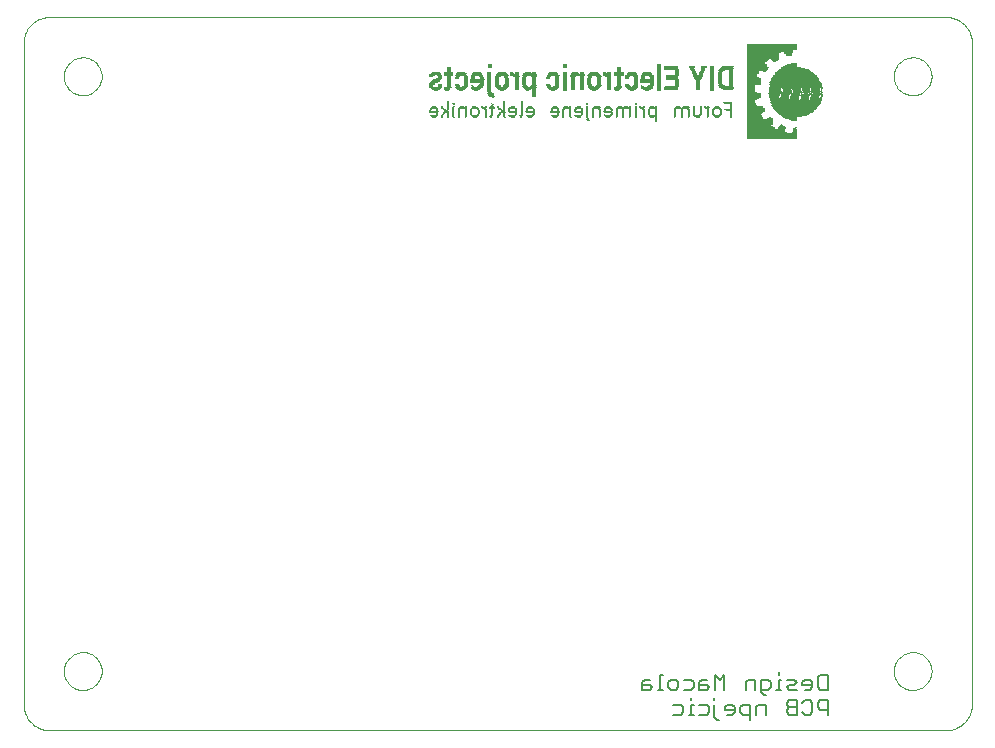
<source format=gbo>
G75*
G70*
%OFA0B0*%
%FSLAX24Y24*%
%IPPOS*%
%LPD*%
%AMOC8*
5,1,8,0,0,1.08239X$1,22.5*
%
%ADD10C,0.0000*%
%ADD11C,0.0070*%
%ADD12R,0.1660X0.0020*%
%ADD13R,0.0160X0.0020*%
%ADD14R,0.1420X0.0020*%
%ADD15R,0.1320X0.0020*%
%ADD16R,0.0140X0.0020*%
%ADD17R,0.1280X0.0020*%
%ADD18R,0.0120X0.0020*%
%ADD19R,0.0100X0.0020*%
%ADD20R,0.0280X0.0020*%
%ADD21R,0.0980X0.0020*%
%ADD22R,0.0260X0.0020*%
%ADD23R,0.0960X0.0020*%
%ADD24R,0.0080X0.0020*%
%ADD25R,0.0240X0.0020*%
%ADD26R,0.0920X0.0020*%
%ADD27R,0.0220X0.0020*%
%ADD28R,0.0880X0.0020*%
%ADD29R,0.0200X0.0020*%
%ADD30R,0.0860X0.0020*%
%ADD31R,0.0820X0.0020*%
%ADD32R,0.0020X0.0020*%
%ADD33R,0.0840X0.0020*%
%ADD34R,0.0040X0.0020*%
%ADD35R,0.0060X0.0020*%
%ADD36R,0.0580X0.0020*%
%ADD37R,0.0340X0.0020*%
%ADD38R,0.0180X0.0020*%
%ADD39R,0.0560X0.0020*%
%ADD40R,0.0380X0.0020*%
%ADD41R,0.0420X0.0020*%
%ADD42R,0.0540X0.0020*%
%ADD43R,0.0460X0.0020*%
%ADD44R,0.0520X0.0020*%
%ADD45R,0.0640X0.0020*%
%ADD46R,0.0500X0.0020*%
%ADD47R,0.0780X0.0020*%
%ADD48R,0.0480X0.0020*%
%ADD49R,0.0940X0.0020*%
%ADD50R,0.1020X0.0020*%
%ADD51R,0.1060X0.0020*%
%ADD52R,0.1120X0.0020*%
%ADD53R,0.1180X0.0020*%
%ADD54R,0.0300X0.0020*%
%ADD55R,0.1220X0.0020*%
%ADD56R,0.0320X0.0020*%
%ADD57R,0.1260X0.0020*%
%ADD58R,0.1300X0.0020*%
%ADD59R,0.1340X0.0020*%
%ADD60R,0.0600X0.0020*%
%ADD61R,0.1380X0.0020*%
%ADD62R,0.1440X0.0020*%
%ADD63R,0.1460X0.0020*%
%ADD64R,0.1500X0.0020*%
%ADD65R,0.1540X0.0020*%
%ADD66R,0.1560X0.0020*%
%ADD67R,0.1580X0.0020*%
%ADD68R,0.1600X0.0020*%
%ADD69R,0.1620X0.0020*%
%ADD70R,0.1640X0.0020*%
%ADD71R,0.1680X0.0020*%
%ADD72R,0.1720X0.0020*%
%ADD73R,0.0360X0.0020*%
%ADD74R,0.0400X0.0020*%
%ADD75R,0.0440X0.0020*%
%ADD76R,0.1760X0.0020*%
%ADD77R,0.1740X0.0020*%
%ADD78R,0.1700X0.0020*%
%ADD79R,0.1520X0.0020*%
%ADD80R,0.1480X0.0020*%
%ADD81R,0.1400X0.0020*%
%ADD82R,0.1360X0.0020*%
%ADD83R,0.1240X0.0020*%
%ADD84R,0.1200X0.0020*%
%ADD85R,0.1140X0.0020*%
%ADD86R,0.1080X0.0020*%
%ADD87R,0.0660X0.0020*%
%ADD88R,0.0680X0.0020*%
%ADD89R,0.0900X0.0020*%
%ADD90R,0.0700X0.0020*%
%ADD91R,0.0800X0.0020*%
%ADD92R,0.0720X0.0020*%
%ADD93R,0.0620X0.0020*%
%ADD94R,0.0740X0.0020*%
%ADD95R,0.0760X0.0020*%
%ADD96R,0.1040X0.0020*%
D10*
X003736Y007660D02*
X033762Y007660D01*
X033763Y007660D02*
X033820Y007666D01*
X033877Y007676D01*
X033933Y007690D01*
X033988Y007708D01*
X034042Y007729D01*
X034094Y007754D01*
X034144Y007783D01*
X034192Y007815D01*
X034238Y007850D01*
X034282Y007888D01*
X034322Y007928D01*
X034360Y007972D01*
X034395Y008018D01*
X034427Y008066D01*
X034456Y008116D01*
X034481Y008168D01*
X034502Y008222D01*
X034520Y008277D01*
X034534Y008333D01*
X034544Y008390D01*
X034550Y008447D01*
X034550Y030637D01*
X034550Y030638D02*
X034544Y030695D01*
X034534Y030752D01*
X034520Y030808D01*
X034502Y030863D01*
X034481Y030917D01*
X034456Y030969D01*
X034427Y031019D01*
X034395Y031067D01*
X034360Y031113D01*
X034322Y031157D01*
X034282Y031197D01*
X034238Y031235D01*
X034192Y031270D01*
X034144Y031302D01*
X034094Y031331D01*
X034042Y031356D01*
X033988Y031377D01*
X033933Y031395D01*
X033877Y031409D01*
X033820Y031419D01*
X033763Y031425D01*
X033762Y031425D02*
X003736Y031425D01*
X003679Y031419D01*
X003622Y031409D01*
X003566Y031395D01*
X003511Y031377D01*
X003457Y031356D01*
X003405Y031331D01*
X003355Y031302D01*
X003307Y031270D01*
X003261Y031235D01*
X003217Y031197D01*
X003177Y031157D01*
X003139Y031113D01*
X003104Y031067D01*
X003072Y031019D01*
X003043Y030969D01*
X003018Y030917D01*
X002997Y030863D01*
X002979Y030808D01*
X002965Y030752D01*
X002955Y030695D01*
X002949Y030638D01*
X002949Y030637D02*
X002949Y008447D01*
X002955Y008390D01*
X002965Y008333D01*
X002979Y008277D01*
X002997Y008222D01*
X003018Y008168D01*
X003043Y008116D01*
X003072Y008066D01*
X003104Y008018D01*
X003139Y007972D01*
X003177Y007928D01*
X003217Y007888D01*
X003261Y007850D01*
X003307Y007815D01*
X003355Y007783D01*
X003405Y007754D01*
X003457Y007729D01*
X003511Y007708D01*
X003566Y007690D01*
X003622Y007676D01*
X003679Y007666D01*
X003736Y007660D01*
X004287Y009629D02*
X004289Y009679D01*
X004295Y009729D01*
X004305Y009778D01*
X004319Y009826D01*
X004336Y009873D01*
X004357Y009918D01*
X004382Y009962D01*
X004410Y010003D01*
X004442Y010042D01*
X004476Y010079D01*
X004513Y010113D01*
X004553Y010143D01*
X004595Y010170D01*
X004639Y010194D01*
X004685Y010215D01*
X004732Y010231D01*
X004780Y010244D01*
X004830Y010253D01*
X004879Y010258D01*
X004930Y010259D01*
X004980Y010256D01*
X005029Y010249D01*
X005078Y010238D01*
X005126Y010223D01*
X005172Y010205D01*
X005217Y010183D01*
X005260Y010157D01*
X005301Y010128D01*
X005340Y010096D01*
X005376Y010061D01*
X005408Y010023D01*
X005438Y009983D01*
X005465Y009940D01*
X005488Y009896D01*
X005507Y009850D01*
X005523Y009802D01*
X005535Y009753D01*
X005543Y009704D01*
X005547Y009654D01*
X005547Y009604D01*
X005543Y009554D01*
X005535Y009505D01*
X005523Y009456D01*
X005507Y009408D01*
X005488Y009362D01*
X005465Y009318D01*
X005438Y009275D01*
X005408Y009235D01*
X005376Y009197D01*
X005340Y009162D01*
X005301Y009130D01*
X005260Y009101D01*
X005217Y009075D01*
X005172Y009053D01*
X005126Y009035D01*
X005078Y009020D01*
X005029Y009009D01*
X004980Y009002D01*
X004930Y008999D01*
X004879Y009000D01*
X004830Y009005D01*
X004780Y009014D01*
X004732Y009027D01*
X004685Y009043D01*
X004639Y009064D01*
X004595Y009088D01*
X004553Y009115D01*
X004513Y009145D01*
X004476Y009179D01*
X004442Y009216D01*
X004410Y009255D01*
X004382Y009296D01*
X004357Y009340D01*
X004336Y009385D01*
X004319Y009432D01*
X004305Y009480D01*
X004295Y009529D01*
X004289Y009579D01*
X004287Y009629D01*
X004287Y029456D02*
X004289Y029506D01*
X004295Y029556D01*
X004305Y029605D01*
X004319Y029653D01*
X004336Y029700D01*
X004357Y029745D01*
X004382Y029789D01*
X004410Y029830D01*
X004442Y029869D01*
X004476Y029906D01*
X004513Y029940D01*
X004553Y029970D01*
X004595Y029997D01*
X004639Y030021D01*
X004685Y030042D01*
X004732Y030058D01*
X004780Y030071D01*
X004830Y030080D01*
X004879Y030085D01*
X004930Y030086D01*
X004980Y030083D01*
X005029Y030076D01*
X005078Y030065D01*
X005126Y030050D01*
X005172Y030032D01*
X005217Y030010D01*
X005260Y029984D01*
X005301Y029955D01*
X005340Y029923D01*
X005376Y029888D01*
X005408Y029850D01*
X005438Y029810D01*
X005465Y029767D01*
X005488Y029723D01*
X005507Y029677D01*
X005523Y029629D01*
X005535Y029580D01*
X005543Y029531D01*
X005547Y029481D01*
X005547Y029431D01*
X005543Y029381D01*
X005535Y029332D01*
X005523Y029283D01*
X005507Y029235D01*
X005488Y029189D01*
X005465Y029145D01*
X005438Y029102D01*
X005408Y029062D01*
X005376Y029024D01*
X005340Y028989D01*
X005301Y028957D01*
X005260Y028928D01*
X005217Y028902D01*
X005172Y028880D01*
X005126Y028862D01*
X005078Y028847D01*
X005029Y028836D01*
X004980Y028829D01*
X004930Y028826D01*
X004879Y028827D01*
X004830Y028832D01*
X004780Y028841D01*
X004732Y028854D01*
X004685Y028870D01*
X004639Y028891D01*
X004595Y028915D01*
X004553Y028942D01*
X004513Y028972D01*
X004476Y029006D01*
X004442Y029043D01*
X004410Y029082D01*
X004382Y029123D01*
X004357Y029167D01*
X004336Y029212D01*
X004319Y029259D01*
X004305Y029307D01*
X004295Y029356D01*
X004289Y029406D01*
X004287Y029456D01*
X031951Y029456D02*
X031953Y029506D01*
X031959Y029556D01*
X031969Y029605D01*
X031983Y029653D01*
X032000Y029700D01*
X032021Y029745D01*
X032046Y029789D01*
X032074Y029830D01*
X032106Y029869D01*
X032140Y029906D01*
X032177Y029940D01*
X032217Y029970D01*
X032259Y029997D01*
X032303Y030021D01*
X032349Y030042D01*
X032396Y030058D01*
X032444Y030071D01*
X032494Y030080D01*
X032543Y030085D01*
X032594Y030086D01*
X032644Y030083D01*
X032693Y030076D01*
X032742Y030065D01*
X032790Y030050D01*
X032836Y030032D01*
X032881Y030010D01*
X032924Y029984D01*
X032965Y029955D01*
X033004Y029923D01*
X033040Y029888D01*
X033072Y029850D01*
X033102Y029810D01*
X033129Y029767D01*
X033152Y029723D01*
X033171Y029677D01*
X033187Y029629D01*
X033199Y029580D01*
X033207Y029531D01*
X033211Y029481D01*
X033211Y029431D01*
X033207Y029381D01*
X033199Y029332D01*
X033187Y029283D01*
X033171Y029235D01*
X033152Y029189D01*
X033129Y029145D01*
X033102Y029102D01*
X033072Y029062D01*
X033040Y029024D01*
X033004Y028989D01*
X032965Y028957D01*
X032924Y028928D01*
X032881Y028902D01*
X032836Y028880D01*
X032790Y028862D01*
X032742Y028847D01*
X032693Y028836D01*
X032644Y028829D01*
X032594Y028826D01*
X032543Y028827D01*
X032494Y028832D01*
X032444Y028841D01*
X032396Y028854D01*
X032349Y028870D01*
X032303Y028891D01*
X032259Y028915D01*
X032217Y028942D01*
X032177Y028972D01*
X032140Y029006D01*
X032106Y029043D01*
X032074Y029082D01*
X032046Y029123D01*
X032021Y029167D01*
X032000Y029212D01*
X031983Y029259D01*
X031969Y029307D01*
X031959Y029356D01*
X031953Y029406D01*
X031951Y029456D01*
X031951Y009629D02*
X031953Y009679D01*
X031959Y009729D01*
X031969Y009778D01*
X031983Y009826D01*
X032000Y009873D01*
X032021Y009918D01*
X032046Y009962D01*
X032074Y010003D01*
X032106Y010042D01*
X032140Y010079D01*
X032177Y010113D01*
X032217Y010143D01*
X032259Y010170D01*
X032303Y010194D01*
X032349Y010215D01*
X032396Y010231D01*
X032444Y010244D01*
X032494Y010253D01*
X032543Y010258D01*
X032594Y010259D01*
X032644Y010256D01*
X032693Y010249D01*
X032742Y010238D01*
X032790Y010223D01*
X032836Y010205D01*
X032881Y010183D01*
X032924Y010157D01*
X032965Y010128D01*
X033004Y010096D01*
X033040Y010061D01*
X033072Y010023D01*
X033102Y009983D01*
X033129Y009940D01*
X033152Y009896D01*
X033171Y009850D01*
X033187Y009802D01*
X033199Y009753D01*
X033207Y009704D01*
X033211Y009654D01*
X033211Y009604D01*
X033207Y009554D01*
X033199Y009505D01*
X033187Y009456D01*
X033171Y009408D01*
X033152Y009362D01*
X033129Y009318D01*
X033102Y009275D01*
X033072Y009235D01*
X033040Y009197D01*
X033004Y009162D01*
X032965Y009130D01*
X032924Y009101D01*
X032881Y009075D01*
X032836Y009053D01*
X032790Y009035D01*
X032742Y009020D01*
X032693Y009009D01*
X032644Y009002D01*
X032594Y008999D01*
X032543Y009000D01*
X032494Y009005D01*
X032444Y009014D01*
X032396Y009027D01*
X032349Y009043D01*
X032303Y009064D01*
X032259Y009088D01*
X032217Y009115D01*
X032177Y009145D01*
X032140Y009179D01*
X032106Y009216D01*
X032074Y009255D01*
X032046Y009296D01*
X032021Y009340D01*
X032000Y009385D01*
X031983Y009432D01*
X031969Y009480D01*
X031959Y009529D01*
X031953Y009579D01*
X031951Y009629D01*
D11*
X029745Y009502D02*
X029745Y009012D01*
X029500Y009012D01*
X029418Y009094D01*
X029418Y009421D01*
X029500Y009502D01*
X029745Y009502D01*
X029230Y009257D02*
X029148Y009339D01*
X028985Y009339D01*
X028903Y009257D01*
X028903Y009175D01*
X029230Y009175D01*
X029230Y009094D02*
X029230Y009257D01*
X029230Y009094D02*
X029148Y009012D01*
X028985Y009012D01*
X028714Y009012D02*
X028469Y009012D01*
X028387Y009094D01*
X028469Y009175D01*
X028632Y009175D01*
X028714Y009257D01*
X028632Y009339D01*
X028387Y009339D01*
X028198Y009339D02*
X028117Y009339D01*
X028117Y009012D01*
X028198Y009012D02*
X028035Y009012D01*
X027855Y009094D02*
X027773Y009012D01*
X027528Y009012D01*
X027528Y008930D02*
X027528Y009339D01*
X027773Y009339D01*
X027855Y009257D01*
X027855Y009094D01*
X027691Y008848D02*
X027610Y008848D01*
X027528Y008930D01*
X027339Y009012D02*
X027339Y009339D01*
X027094Y009339D01*
X027012Y009257D01*
X027012Y009012D01*
X026922Y008499D02*
X026840Y008417D01*
X026840Y008254D01*
X026922Y008172D01*
X027167Y008172D01*
X027167Y008008D02*
X027167Y008499D01*
X026922Y008499D01*
X026652Y008417D02*
X026570Y008499D01*
X026406Y008499D01*
X026325Y008417D01*
X026325Y008335D01*
X026652Y008335D01*
X026652Y008254D02*
X026652Y008417D01*
X026652Y008254D02*
X026570Y008172D01*
X026406Y008172D01*
X026136Y008008D02*
X026054Y008008D01*
X025972Y008090D01*
X025972Y008499D01*
X025972Y008662D02*
X025972Y008744D01*
X025981Y009012D02*
X025981Y009502D01*
X026144Y009339D01*
X026308Y009502D01*
X026308Y009012D01*
X025792Y009094D02*
X025710Y009175D01*
X025465Y009175D01*
X025465Y009257D02*
X025465Y009012D01*
X025710Y009012D01*
X025792Y009094D01*
X025710Y009339D02*
X025547Y009339D01*
X025465Y009257D01*
X025277Y009257D02*
X025277Y009094D01*
X025195Y009012D01*
X024950Y009012D01*
X024761Y009094D02*
X024679Y009012D01*
X024516Y009012D01*
X024434Y009094D01*
X024434Y009257D01*
X024516Y009339D01*
X024679Y009339D01*
X024761Y009257D01*
X024761Y009094D01*
X024950Y009339D02*
X025195Y009339D01*
X025277Y009257D01*
X025195Y008744D02*
X025195Y008662D01*
X025195Y008499D02*
X025195Y008172D01*
X025277Y008172D02*
X025113Y008172D01*
X024933Y008254D02*
X024851Y008172D01*
X024606Y008172D01*
X024606Y008499D02*
X024851Y008499D01*
X024933Y008417D01*
X024933Y008254D01*
X025195Y008499D02*
X025277Y008499D01*
X025465Y008499D02*
X025710Y008499D01*
X025792Y008417D01*
X025792Y008254D01*
X025710Y008172D01*
X025465Y008172D01*
X024245Y009012D02*
X024082Y009012D01*
X024164Y009012D02*
X024164Y009502D01*
X024245Y009502D01*
X023820Y009339D02*
X023656Y009339D01*
X023575Y009257D01*
X023575Y009012D01*
X023820Y009012D01*
X023901Y009094D01*
X023820Y009175D01*
X023575Y009175D01*
X027356Y008417D02*
X027356Y008172D01*
X027356Y008417D02*
X027438Y008499D01*
X027683Y008499D01*
X027683Y008172D01*
X028387Y008254D02*
X028469Y008172D01*
X028714Y008172D01*
X028714Y008662D01*
X028469Y008662D01*
X028387Y008581D01*
X028387Y008499D01*
X028469Y008417D01*
X028714Y008417D01*
X028469Y008417D02*
X028387Y008335D01*
X028387Y008254D01*
X028903Y008254D02*
X028985Y008172D01*
X029148Y008172D01*
X029230Y008254D01*
X029230Y008581D01*
X029148Y008662D01*
X028985Y008662D01*
X028903Y008581D01*
X029418Y008581D02*
X029500Y008662D01*
X029745Y008662D01*
X029745Y008172D01*
X029745Y008335D02*
X029500Y008335D01*
X029418Y008417D01*
X029418Y008581D01*
X028117Y009502D02*
X028117Y009584D01*
D12*
X027889Y027380D03*
X027889Y027400D03*
X027889Y027420D03*
X027889Y027440D03*
X027889Y027460D03*
X027889Y027480D03*
X027889Y027500D03*
X027889Y027520D03*
X028669Y028560D03*
X028669Y029260D03*
X028669Y029280D03*
X027889Y030340D03*
X027889Y030360D03*
X027889Y030380D03*
X027889Y030400D03*
X027889Y030420D03*
X027889Y030440D03*
X027889Y030460D03*
X027889Y030480D03*
X027889Y030500D03*
D13*
X027999Y029960D03*
X029039Y028880D03*
X029019Y028860D03*
X029339Y028860D03*
X028639Y027560D03*
X028639Y027540D03*
X028239Y027780D03*
X026519Y029120D03*
X026519Y029140D03*
X026519Y029160D03*
X026519Y029180D03*
X026519Y029200D03*
X026519Y029220D03*
X026519Y029240D03*
X026519Y029260D03*
X026519Y029280D03*
X026519Y029300D03*
X026519Y029320D03*
X026519Y029340D03*
X026519Y029360D03*
X026519Y029380D03*
X026519Y029400D03*
X026519Y029420D03*
X026519Y029440D03*
X026519Y029460D03*
X026519Y029480D03*
X026519Y029500D03*
X026519Y029520D03*
X026519Y029540D03*
X026519Y029560D03*
X026519Y029580D03*
X026519Y029600D03*
X026519Y029620D03*
X026519Y029640D03*
X026519Y029660D03*
X026179Y029600D03*
X026159Y029580D03*
X026159Y029560D03*
X026159Y029540D03*
X026159Y029520D03*
X026159Y029280D03*
X026159Y029260D03*
X026159Y029240D03*
X026159Y029220D03*
X026159Y029200D03*
X026179Y029180D03*
X026179Y029160D03*
X025879Y029160D03*
X025879Y029180D03*
X025879Y029200D03*
X025879Y029220D03*
X025879Y029240D03*
X025879Y029260D03*
X025879Y029280D03*
X025879Y029300D03*
X025879Y029320D03*
X025879Y029340D03*
X025879Y029360D03*
X025879Y029380D03*
X025879Y029400D03*
X025879Y029420D03*
X025879Y029440D03*
X025879Y029460D03*
X025879Y029480D03*
X025879Y029500D03*
X025879Y029520D03*
X025879Y029540D03*
X025879Y029560D03*
X025879Y029580D03*
X025879Y029600D03*
X025879Y029620D03*
X025879Y029640D03*
X025879Y029660D03*
X025879Y029680D03*
X025879Y029700D03*
X025879Y029720D03*
X025879Y029740D03*
X025879Y029760D03*
X025879Y029780D03*
X025639Y029780D03*
X025619Y029740D03*
X025599Y029700D03*
X025599Y029680D03*
X025579Y029660D03*
X025579Y029640D03*
X025579Y029620D03*
X025559Y029600D03*
X025559Y029580D03*
X025539Y029560D03*
X025539Y029540D03*
X025519Y029500D03*
X025319Y029500D03*
X025299Y029540D03*
X025299Y029560D03*
X025279Y029580D03*
X025279Y029600D03*
X025259Y029620D03*
X025259Y029640D03*
X025259Y029660D03*
X025239Y029680D03*
X025239Y029700D03*
X025219Y029740D03*
X025199Y029780D03*
X025419Y029300D03*
X025419Y029280D03*
X025419Y029260D03*
X025419Y029240D03*
X025419Y029220D03*
X025419Y029200D03*
X025419Y029180D03*
X025419Y029160D03*
X025419Y029140D03*
X025419Y029120D03*
X025419Y029100D03*
X025419Y029080D03*
X025419Y029060D03*
X025419Y029040D03*
X025419Y029020D03*
X025419Y029000D03*
X025879Y029000D03*
X025879Y029020D03*
X025879Y029040D03*
X025879Y029060D03*
X025879Y029080D03*
X025879Y029100D03*
X025879Y029120D03*
X025879Y029140D03*
X025879Y028980D03*
X026059Y028420D03*
X025719Y028380D03*
X024139Y028980D03*
X024139Y029000D03*
X024139Y029020D03*
X024139Y029040D03*
X024139Y029060D03*
X024139Y029080D03*
X024139Y029100D03*
X024139Y029120D03*
X024139Y029140D03*
X024139Y029160D03*
X024139Y029180D03*
X024139Y029200D03*
X024139Y029220D03*
X024139Y029240D03*
X024139Y029260D03*
X024139Y029280D03*
X024139Y029300D03*
X024139Y029320D03*
X024139Y029340D03*
X024139Y029360D03*
X024139Y029380D03*
X024139Y029400D03*
X024139Y029420D03*
X024139Y029440D03*
X024139Y029460D03*
X024139Y029480D03*
X024139Y029500D03*
X024139Y029520D03*
X024139Y029540D03*
X024139Y029560D03*
X024139Y029580D03*
X024139Y029600D03*
X024139Y029620D03*
X024139Y029640D03*
X024139Y029660D03*
X024139Y029680D03*
X024139Y029700D03*
X024139Y029720D03*
X024139Y029740D03*
X024139Y029760D03*
X024139Y029780D03*
X024139Y029800D03*
X024139Y029820D03*
X024139Y029840D03*
X023859Y029440D03*
X023879Y029420D03*
X023879Y029400D03*
X023879Y029380D03*
X023879Y029360D03*
X023879Y029340D03*
X023879Y029220D03*
X023879Y029200D03*
X023879Y029180D03*
X023879Y029160D03*
X023719Y028980D03*
X023599Y029340D03*
X023599Y029420D03*
X023599Y029440D03*
X023619Y029460D03*
X023359Y029420D03*
X023359Y029400D03*
X023359Y029380D03*
X023359Y029360D03*
X023339Y029440D03*
X023359Y029200D03*
X023359Y029180D03*
X023359Y029160D03*
X023359Y029140D03*
X023339Y029120D03*
X023079Y029120D03*
X022799Y029120D03*
X022799Y029140D03*
X022799Y029160D03*
X022799Y029180D03*
X022799Y029200D03*
X022799Y029220D03*
X022799Y029240D03*
X022799Y029260D03*
X022799Y029280D03*
X022799Y029300D03*
X022799Y029320D03*
X022799Y029340D03*
X022799Y029360D03*
X022799Y029380D03*
X022799Y029400D03*
X022799Y029420D03*
X022799Y029440D03*
X022799Y029460D03*
X022799Y029600D03*
X022799Y029620D03*
X022799Y029640D03*
X022799Y029660D03*
X022799Y029680D03*
X022799Y029700D03*
X022799Y029720D03*
X023079Y029440D03*
X022459Y029420D03*
X022139Y029340D03*
X022139Y029320D03*
X022139Y029300D03*
X022139Y029280D03*
X022139Y029260D03*
X022139Y029240D03*
X022119Y029160D03*
X022119Y029140D03*
X022119Y029400D03*
X022119Y029420D03*
X021819Y029420D03*
X021819Y029440D03*
X021799Y029380D03*
X021799Y029360D03*
X021799Y029340D03*
X021799Y029320D03*
X021799Y029300D03*
X021799Y029280D03*
X021799Y029260D03*
X021799Y029240D03*
X021799Y029220D03*
X021799Y029200D03*
X021799Y029180D03*
X021819Y029140D03*
X021819Y029120D03*
X021559Y029120D03*
X021559Y029140D03*
X021559Y029160D03*
X021559Y029180D03*
X021559Y029200D03*
X021559Y029220D03*
X021559Y029240D03*
X021559Y029260D03*
X021559Y029280D03*
X021559Y029300D03*
X021559Y029320D03*
X021559Y029340D03*
X021559Y029360D03*
X021559Y029380D03*
X021559Y029400D03*
X021559Y029420D03*
X021559Y029440D03*
X021559Y029520D03*
X021559Y029540D03*
X021559Y029560D03*
X021259Y029420D03*
X021259Y029400D03*
X021259Y029380D03*
X021259Y029360D03*
X021259Y029340D03*
X021259Y029320D03*
X021259Y029300D03*
X021259Y029280D03*
X021259Y029260D03*
X021259Y029240D03*
X021259Y029220D03*
X021259Y029200D03*
X021259Y029180D03*
X021259Y029160D03*
X021259Y029140D03*
X021259Y029120D03*
X021259Y029100D03*
X021259Y029080D03*
X021259Y029060D03*
X021259Y029040D03*
X021259Y029020D03*
X021259Y029000D03*
X020979Y029000D03*
X020979Y029020D03*
X020979Y029040D03*
X020979Y029060D03*
X020979Y029080D03*
X020979Y029100D03*
X020979Y029120D03*
X020979Y029140D03*
X020979Y029160D03*
X020979Y029180D03*
X020979Y029200D03*
X020979Y029220D03*
X020979Y029240D03*
X020979Y029260D03*
X020979Y029280D03*
X020979Y029300D03*
X020979Y029320D03*
X020979Y029340D03*
X020979Y029360D03*
X020979Y029380D03*
X020979Y029400D03*
X020979Y029420D03*
X020979Y029440D03*
X020979Y029460D03*
X020979Y029480D03*
X020979Y029500D03*
X020979Y029520D03*
X020979Y029540D03*
X020979Y029560D03*
X020979Y029580D03*
X020979Y029740D03*
X020979Y029760D03*
X020979Y029780D03*
X020979Y029800D03*
X020979Y029820D03*
X020979Y029840D03*
X020719Y029440D03*
X020719Y029420D03*
X020739Y029380D03*
X020739Y029360D03*
X020739Y029340D03*
X020739Y029320D03*
X020739Y029300D03*
X020739Y029280D03*
X020739Y029260D03*
X020739Y029240D03*
X020739Y029220D03*
X020739Y029200D03*
X020739Y029180D03*
X020719Y029140D03*
X020719Y029120D03*
X020579Y028980D03*
X020459Y029100D03*
X020439Y029140D03*
X020439Y029160D03*
X020439Y029400D03*
X020459Y029460D03*
X020579Y029580D03*
X020979Y028980D03*
X021559Y029000D03*
X021559Y029020D03*
X021559Y029040D03*
X021559Y029060D03*
X021559Y029080D03*
X021559Y029100D03*
X019959Y029140D03*
X019959Y029160D03*
X019959Y029180D03*
X019959Y029200D03*
X019959Y029220D03*
X019959Y029240D03*
X019959Y029260D03*
X019959Y029280D03*
X019959Y029300D03*
X019959Y029320D03*
X019959Y029340D03*
X019959Y029360D03*
X019959Y029380D03*
X019959Y029400D03*
X019959Y029420D03*
X019959Y029540D03*
X019959Y029560D03*
X019959Y029580D03*
X019659Y029440D03*
X019659Y029420D03*
X019639Y029400D03*
X019639Y029380D03*
X019639Y029360D03*
X019639Y029340D03*
X019639Y029320D03*
X019639Y029300D03*
X019639Y029280D03*
X019639Y029260D03*
X019639Y029240D03*
X019639Y029220D03*
X019639Y029200D03*
X019639Y029180D03*
X019639Y029160D03*
X019659Y029140D03*
X019659Y029120D03*
X019399Y029120D03*
X019399Y029140D03*
X019399Y029160D03*
X019399Y029180D03*
X019399Y029200D03*
X019399Y029220D03*
X019399Y029240D03*
X019399Y029260D03*
X019399Y029280D03*
X019399Y029300D03*
X019399Y029320D03*
X019399Y029340D03*
X019399Y029360D03*
X019399Y029380D03*
X019399Y029400D03*
X019399Y029520D03*
X019399Y029540D03*
X019399Y029560D03*
X019399Y029580D03*
X019039Y029440D03*
X019039Y029420D03*
X019039Y029400D03*
X019059Y029380D03*
X019059Y029360D03*
X019059Y029340D03*
X019059Y029320D03*
X019059Y029300D03*
X019059Y029280D03*
X019059Y029260D03*
X019059Y029240D03*
X019059Y029220D03*
X019059Y029200D03*
X019039Y029160D03*
X019039Y029140D03*
X018739Y029140D03*
X018739Y029160D03*
X018719Y029180D03*
X018719Y029200D03*
X018719Y029220D03*
X018719Y029240D03*
X018719Y029260D03*
X018719Y029280D03*
X018719Y029300D03*
X018719Y029320D03*
X018719Y029340D03*
X018719Y029360D03*
X018719Y029380D03*
X018739Y029420D03*
X018759Y029460D03*
X018459Y029460D03*
X018459Y029480D03*
X018459Y029500D03*
X018459Y029520D03*
X018459Y029540D03*
X018459Y029560D03*
X018459Y029440D03*
X018459Y029420D03*
X018459Y029400D03*
X018459Y029380D03*
X018459Y029360D03*
X018459Y029340D03*
X018459Y029320D03*
X018459Y029300D03*
X018459Y029280D03*
X018459Y029260D03*
X018459Y029240D03*
X018459Y029220D03*
X018459Y029200D03*
X018459Y029180D03*
X018459Y029160D03*
X018459Y029140D03*
X018459Y029120D03*
X018459Y029100D03*
X018459Y029080D03*
X018459Y029060D03*
X018459Y029040D03*
X018459Y029020D03*
X018459Y029000D03*
X018459Y028980D03*
X018459Y028960D03*
X018479Y028900D03*
X018479Y028880D03*
X018559Y028760D03*
X018559Y028420D03*
X018299Y028380D03*
X018919Y028300D03*
X018919Y028280D03*
X018919Y028260D03*
X019399Y029000D03*
X019399Y029020D03*
X019399Y029040D03*
X019399Y029060D03*
X019399Y029080D03*
X019399Y029100D03*
X019959Y029020D03*
X019959Y029000D03*
X019959Y028980D03*
X019959Y028960D03*
X019959Y028940D03*
X019959Y028920D03*
X019959Y028900D03*
X019959Y028880D03*
X019959Y028860D03*
X019959Y028840D03*
X019959Y028820D03*
X019959Y028800D03*
X019959Y028780D03*
X019959Y028760D03*
X018479Y029740D03*
X018479Y029760D03*
X018479Y029780D03*
X018479Y029800D03*
X018479Y029820D03*
X018479Y029840D03*
X018179Y029460D03*
X018199Y029440D03*
X018199Y029420D03*
X018219Y029380D03*
X018219Y029360D03*
X018219Y029220D03*
X018219Y029200D03*
X018199Y029160D03*
X018199Y029140D03*
X018039Y028980D03*
X017919Y029340D03*
X017919Y029360D03*
X017919Y029380D03*
X017919Y029400D03*
X017919Y029420D03*
X017939Y029460D03*
X018059Y029580D03*
X017679Y029440D03*
X017679Y029420D03*
X017699Y029380D03*
X017699Y029360D03*
X017699Y029340D03*
X017699Y029320D03*
X017699Y029300D03*
X017699Y029280D03*
X017699Y029260D03*
X017699Y029240D03*
X017699Y029220D03*
X017699Y029200D03*
X017699Y029180D03*
X017679Y029160D03*
X017679Y029140D03*
X017679Y029120D03*
X017539Y028980D03*
X017419Y029100D03*
X017399Y029140D03*
X017139Y029160D03*
X017139Y029180D03*
X017139Y029200D03*
X017139Y029220D03*
X017139Y029240D03*
X017139Y029260D03*
X017139Y029280D03*
X017139Y029300D03*
X017139Y029320D03*
X017139Y029340D03*
X017139Y029360D03*
X017139Y029380D03*
X017139Y029400D03*
X017139Y029420D03*
X017139Y029440D03*
X017139Y029460D03*
X017139Y029600D03*
X017139Y029620D03*
X017139Y029640D03*
X017139Y029660D03*
X017139Y029680D03*
X017139Y029700D03*
X017139Y029720D03*
X017419Y029460D03*
X017659Y029460D03*
X017119Y029120D03*
X017119Y029100D03*
X016819Y029100D03*
X016679Y028980D03*
X016539Y029100D03*
X016539Y029120D03*
X016539Y029140D03*
X016539Y029160D03*
X016539Y029420D03*
X016539Y029440D03*
X016559Y029460D03*
X016799Y029480D03*
X016819Y029440D03*
X016819Y029420D03*
X016799Y029380D03*
X017039Y028300D03*
X017039Y028260D03*
X023559Y028380D03*
D14*
X027769Y027540D03*
X028669Y028360D03*
D15*
X027719Y027560D03*
D16*
X028649Y027580D03*
X028649Y027600D03*
X028649Y027620D03*
X028449Y030120D03*
X026149Y029500D03*
X026149Y029480D03*
X026149Y029460D03*
X026149Y029440D03*
X026149Y029420D03*
X026149Y029400D03*
X026149Y029380D03*
X026149Y029360D03*
X026149Y029340D03*
X026149Y029320D03*
X026149Y029300D03*
X025529Y029520D03*
X025509Y029480D03*
X025329Y029480D03*
X025309Y029520D03*
X024709Y029520D03*
X024709Y029540D03*
X024709Y029560D03*
X024709Y029580D03*
X024709Y029600D03*
X024709Y029620D03*
X024709Y029640D03*
X024709Y029660D03*
X024709Y029500D03*
X024709Y029480D03*
X024709Y029320D03*
X024709Y029300D03*
X024709Y029280D03*
X024709Y029260D03*
X024709Y029240D03*
X024709Y029220D03*
X024709Y029200D03*
X024709Y029180D03*
X024709Y029160D03*
X024709Y029140D03*
X024709Y029120D03*
X024749Y028420D03*
X025409Y028080D03*
X026069Y028080D03*
X023589Y029360D03*
X023589Y029380D03*
X023589Y029400D03*
X023369Y029340D03*
X023369Y029320D03*
X023369Y029300D03*
X023369Y029280D03*
X023369Y029260D03*
X023369Y029240D03*
X023369Y029220D03*
X023209Y028980D03*
X023069Y029140D03*
X023069Y029160D03*
X023069Y029180D03*
X023069Y029380D03*
X023069Y029400D03*
X023069Y029420D03*
X022709Y028980D03*
X022469Y029000D03*
X022469Y029020D03*
X022469Y029040D03*
X022469Y029060D03*
X022469Y029080D03*
X022469Y029100D03*
X022469Y029120D03*
X022469Y029140D03*
X022469Y029160D03*
X022469Y029180D03*
X022469Y029200D03*
X022469Y029220D03*
X022469Y029240D03*
X022469Y029260D03*
X022469Y029280D03*
X022469Y029300D03*
X022469Y029320D03*
X022469Y029340D03*
X022469Y029360D03*
X022469Y029380D03*
X022469Y029400D03*
X022469Y029520D03*
X022469Y029540D03*
X022469Y029560D03*
X022469Y029580D03*
X022129Y029380D03*
X022129Y029360D03*
X022129Y029220D03*
X022129Y029200D03*
X022129Y029180D03*
X021969Y028980D03*
X021809Y029160D03*
X021809Y029400D03*
X021569Y029580D03*
X021329Y029580D03*
X020729Y029400D03*
X020729Y029160D03*
X020449Y029120D03*
X020429Y029180D03*
X020429Y029380D03*
X020449Y029420D03*
X020449Y029440D03*
X019749Y029580D03*
X019049Y029180D03*
X018889Y028980D03*
X018469Y028940D03*
X018469Y028920D03*
X018209Y029180D03*
X018209Y029400D03*
X017929Y029440D03*
X017689Y029400D03*
X017409Y029420D03*
X017409Y029440D03*
X017389Y029400D03*
X017389Y029380D03*
X017389Y029180D03*
X017389Y029160D03*
X017409Y029120D03*
X017129Y029140D03*
X017049Y028980D03*
X016829Y029120D03*
X016829Y029140D03*
X016829Y029160D03*
X016809Y029400D03*
X016809Y029460D03*
X016609Y028420D03*
X016609Y028080D03*
X017049Y028280D03*
X017549Y028420D03*
X017969Y028420D03*
X018729Y029400D03*
X018469Y029580D03*
X019249Y028420D03*
X019249Y028080D03*
X019829Y028080D03*
X019829Y028420D03*
X020649Y028420D03*
X020649Y028080D03*
X021449Y028080D03*
X021449Y028420D03*
X022009Y028420D03*
X022429Y028420D03*
X022429Y028080D03*
X022809Y028420D03*
D17*
X027699Y027660D03*
X027699Y027640D03*
X027699Y027620D03*
X027699Y027600D03*
X027699Y027580D03*
X028639Y029540D03*
D18*
X028659Y029880D03*
X027819Y028040D03*
X028659Y027960D03*
X028659Y027660D03*
X028659Y027640D03*
X024979Y028420D03*
X024879Y028360D03*
X023899Y028420D03*
X023899Y028080D03*
X023039Y028420D03*
X022939Y028360D03*
X022319Y029520D03*
X022319Y029540D03*
X021039Y028420D03*
X019239Y029520D03*
X019239Y029540D03*
X017979Y028080D03*
D19*
X018069Y028140D03*
X018329Y028360D03*
X018549Y028120D03*
X018529Y028100D03*
X018809Y028360D03*
X018829Y028340D03*
X019529Y028120D03*
X019749Y028980D03*
X019229Y029560D03*
X016929Y028360D03*
X016909Y028380D03*
X021769Y028000D03*
X021789Y027980D03*
X022509Y028140D03*
X023589Y028360D03*
X024009Y028360D03*
X024009Y028140D03*
X023589Y029100D03*
X022309Y029560D03*
X025749Y028360D03*
X027649Y029600D03*
X027989Y029940D03*
X028229Y027800D03*
X028669Y027700D03*
X028669Y027680D03*
D20*
X028579Y028000D03*
X028199Y027680D03*
X028339Y028760D03*
X028339Y028780D03*
X028339Y028800D03*
X028339Y028820D03*
X028379Y028920D03*
X028379Y028940D03*
X028379Y028960D03*
X028379Y028980D03*
X028379Y029000D03*
X028719Y028980D03*
X028719Y028960D03*
X028719Y028940D03*
X028719Y028920D03*
X028719Y028900D03*
X028999Y028780D03*
X028999Y028760D03*
X028999Y028740D03*
X028999Y028720D03*
X028999Y028700D03*
X029039Y028960D03*
X029039Y028980D03*
X029039Y029000D03*
X029039Y029020D03*
X029039Y029040D03*
X029319Y028820D03*
X029319Y028800D03*
X029319Y028780D03*
X029319Y028760D03*
X029319Y028740D03*
X028579Y029840D03*
X028439Y030240D03*
X028439Y030260D03*
X027979Y030020D03*
X027199Y028920D03*
X027199Y028640D03*
X027199Y028600D03*
X027199Y028580D03*
X027199Y028560D03*
X027199Y028540D03*
X026419Y028540D03*
X025419Y029400D03*
X025419Y029420D03*
X023919Y028380D03*
X023919Y028120D03*
X022439Y028240D03*
X022039Y028380D03*
X021459Y028240D03*
X021059Y028380D03*
X022399Y029460D03*
X022399Y029480D03*
X022399Y029500D03*
X019259Y028240D03*
X018039Y029000D03*
X017539Y029020D03*
X017579Y028380D03*
X016679Y029280D03*
X016699Y029300D03*
D21*
X027549Y027680D03*
X028609Y029660D03*
D22*
X028449Y030220D03*
X027989Y030000D03*
X029049Y028940D03*
X029049Y028920D03*
X028989Y028820D03*
X028989Y028800D03*
X029369Y028900D03*
X029369Y028920D03*
X028209Y027700D03*
X027189Y028620D03*
X026409Y028580D03*
X025009Y028400D03*
X023929Y028400D03*
X023069Y028400D03*
X023709Y029000D03*
X023729Y029560D03*
X023209Y029560D03*
X021969Y029560D03*
X021969Y029000D03*
X021329Y029520D03*
X021069Y028400D03*
X020649Y028120D03*
X019829Y028120D03*
X018889Y029000D03*
X018889Y029560D03*
X017589Y028400D03*
X016609Y028120D03*
X016689Y029000D03*
X016649Y029260D03*
X022049Y028400D03*
D23*
X027539Y027700D03*
X029039Y029060D03*
D24*
X028679Y027720D03*
X026519Y028360D03*
X026179Y028320D03*
X026159Y028360D03*
X026179Y028180D03*
X026159Y028140D03*
X025959Y028140D03*
X025939Y028320D03*
X025959Y028360D03*
X025759Y028340D03*
X025759Y028320D03*
X025659Y028420D03*
X025499Y028160D03*
X025479Y028140D03*
X025299Y028140D03*
X025099Y028340D03*
X025099Y028360D03*
X024879Y028340D03*
X024879Y028320D03*
X024879Y028300D03*
X024879Y028280D03*
X024879Y028260D03*
X024879Y028240D03*
X024879Y028220D03*
X024879Y028200D03*
X024879Y028180D03*
X024879Y028160D03*
X024879Y028140D03*
X024879Y028120D03*
X024659Y028360D03*
X024019Y028340D03*
X024019Y028180D03*
X024019Y028160D03*
X023819Y028140D03*
X023799Y028160D03*
X023779Y028240D03*
X023779Y028260D03*
X023799Y028340D03*
X023819Y028360D03*
X023599Y028340D03*
X023499Y028420D03*
X023159Y028360D03*
X023159Y028340D03*
X022939Y028340D03*
X022939Y028320D03*
X022939Y028300D03*
X022719Y028360D03*
X022519Y028360D03*
X022319Y028340D03*
X022139Y028340D03*
X022139Y028360D03*
X021919Y028340D03*
X021739Y028520D03*
X021559Y028160D03*
X021539Y028140D03*
X021359Y028360D03*
X021159Y028360D03*
X021159Y028340D03*
X020959Y028360D03*
X020939Y028320D03*
X020939Y028300D03*
X020779Y028220D03*
X020759Y028160D03*
X020739Y028140D03*
X020559Y028360D03*
X019939Y028160D03*
X019919Y028140D03*
X019719Y028320D03*
X019739Y028360D03*
X019519Y028100D03*
X019359Y028160D03*
X019339Y028140D03*
X019139Y028340D03*
X019159Y028360D03*
X018859Y028320D03*
X018779Y028380D03*
X018759Y028400D03*
X018579Y028360D03*
X018339Y028340D03*
X018239Y028420D03*
X018079Y028360D03*
X018099Y028320D03*
X018099Y028180D03*
X017879Y028140D03*
X017879Y028360D03*
X017679Y028360D03*
X017679Y028340D03*
X017679Y028320D03*
X017459Y028340D03*
X017279Y028520D03*
X016979Y028320D03*
X016959Y028340D03*
X016959Y028220D03*
X016959Y028200D03*
X016939Y028180D03*
X016919Y028160D03*
X016899Y028140D03*
X016879Y028100D03*
X016719Y028160D03*
X016699Y028140D03*
X016519Y028360D03*
X017919Y029100D03*
X018819Y028200D03*
X018819Y028180D03*
X018799Y028160D03*
X018779Y028140D03*
X018759Y028120D03*
X018839Y028220D03*
X019219Y029580D03*
X021799Y027960D03*
X022299Y029580D03*
D25*
X022759Y029080D03*
X023219Y029000D03*
X022419Y028380D03*
X022419Y028120D03*
X021439Y028120D03*
X020659Y028380D03*
X020579Y029000D03*
X020579Y029560D03*
X021339Y029540D03*
X019739Y029540D03*
X019839Y028380D03*
X019239Y028380D03*
X019239Y028120D03*
X017979Y028120D03*
X017979Y028380D03*
X017539Y029000D03*
X017079Y029060D03*
X017079Y029080D03*
X016739Y029320D03*
X016619Y029240D03*
X016679Y029560D03*
X017539Y029560D03*
X018059Y029560D03*
X016619Y028380D03*
X023939Y028100D03*
X025399Y028120D03*
X026059Y028120D03*
X026059Y028380D03*
X026439Y028340D03*
X026439Y028320D03*
X027179Y028940D03*
X027179Y028960D03*
X027179Y028980D03*
X027179Y029000D03*
X027179Y029020D03*
X027179Y029040D03*
X027179Y029060D03*
X027179Y029080D03*
X027179Y029100D03*
X027179Y029120D03*
X027179Y029140D03*
X027799Y028000D03*
X028219Y027720D03*
X029039Y028900D03*
X028439Y030200D03*
X025419Y029380D03*
X025419Y029360D03*
D26*
X027519Y027720D03*
D27*
X028229Y027740D03*
X026449Y028300D03*
X027989Y029980D03*
X028449Y030180D03*
X028609Y029860D03*
X022749Y029060D03*
X022749Y029040D03*
X021449Y028380D03*
X020649Y028100D03*
X019749Y029020D03*
X019369Y029440D03*
X018529Y028840D03*
X018529Y028820D03*
X017069Y029020D03*
X017069Y029040D03*
X016769Y029340D03*
X016589Y029220D03*
X016609Y028100D03*
D28*
X027499Y027980D03*
X027499Y027960D03*
X027499Y027940D03*
X027499Y027740D03*
D29*
X028239Y027760D03*
X028619Y027980D03*
X028699Y028820D03*
X028699Y028840D03*
X028359Y028840D03*
X029359Y028840D03*
X028459Y030140D03*
X028459Y030160D03*
X026219Y029660D03*
X025419Y029340D03*
X025419Y029320D03*
X026059Y028400D03*
X026059Y028100D03*
X025399Y028100D03*
X024759Y028400D03*
X023839Y029100D03*
X022739Y029020D03*
X022719Y029000D03*
X022439Y029440D03*
X021539Y029460D03*
X021339Y029560D03*
X021439Y028400D03*
X021439Y028100D03*
X020659Y028400D03*
X019819Y028100D03*
X019239Y028100D03*
X019239Y028400D03*
X018539Y028800D03*
X018499Y028860D03*
X018159Y029100D03*
X017979Y028400D03*
X017979Y028100D03*
X017059Y029000D03*
X016679Y029580D03*
X016619Y028400D03*
X019939Y029100D03*
X019939Y029460D03*
X022419Y028400D03*
X022419Y028100D03*
X022819Y028400D03*
D30*
X027489Y027920D03*
X027489Y027900D03*
X027489Y027760D03*
X028609Y028140D03*
D31*
X027469Y027820D03*
X027469Y027800D03*
X027469Y027780D03*
D32*
X027569Y028440D03*
X028169Y028800D03*
X028169Y028820D03*
X028169Y028840D03*
X028169Y028860D03*
X028209Y028920D03*
X028489Y028840D03*
X028549Y028880D03*
X028549Y028900D03*
X028549Y028920D03*
X028549Y028940D03*
X028549Y028960D03*
X028829Y028880D03*
X028829Y028860D03*
X028829Y028840D03*
X028829Y028820D03*
X028889Y028860D03*
X028889Y028880D03*
X028889Y028900D03*
X028889Y028920D03*
X028889Y028940D03*
X029149Y028880D03*
X029149Y028860D03*
X029149Y028840D03*
X029149Y028820D03*
X029149Y028800D03*
X029209Y028880D03*
X029209Y028900D03*
X029209Y028920D03*
X029489Y028880D03*
X029489Y028860D03*
X029489Y028840D03*
X029489Y028820D03*
X029489Y028800D03*
X029529Y028920D03*
X029569Y028920D03*
X029569Y028940D03*
X029569Y028960D03*
X029569Y028980D03*
X029569Y029000D03*
X029569Y029020D03*
X028209Y027820D03*
X025769Y028080D03*
X025109Y028080D03*
X024649Y028080D03*
X023569Y029120D03*
X023169Y028080D03*
X022709Y028080D03*
X022309Y028160D03*
X022149Y028080D03*
X018629Y028860D03*
X018569Y028520D03*
X017689Y028080D03*
D33*
X027479Y027880D03*
X027479Y027860D03*
X027479Y027840D03*
D34*
X026539Y028080D03*
X025759Y028420D03*
X025279Y028420D03*
X025099Y028420D03*
X024879Y028100D03*
X024879Y028080D03*
X024039Y027940D03*
X023619Y028080D03*
X023359Y028080D03*
X023159Y028420D03*
X022939Y028100D03*
X022939Y028080D03*
X023619Y028420D03*
X022139Y028420D03*
X021739Y028420D03*
X021739Y028500D03*
X021739Y028540D03*
X021919Y028080D03*
X021179Y028080D03*
X020939Y028080D03*
X019559Y028600D03*
X018979Y028080D03*
X018759Y028080D03*
X018759Y028420D03*
X018579Y028500D03*
X018359Y028080D03*
X017679Y028420D03*
X017279Y028420D03*
X017279Y028500D03*
X017099Y028600D03*
X016879Y028420D03*
X016879Y028080D03*
X017099Y028080D03*
X017279Y028080D03*
X017459Y028080D03*
X017899Y029120D03*
X028159Y028880D03*
X028219Y028880D03*
X028219Y028860D03*
X028219Y028840D03*
X028499Y028860D03*
X028499Y028880D03*
X028559Y028860D03*
X028559Y028840D03*
X028559Y028820D03*
X028879Y028840D03*
X029199Y028840D03*
X029199Y028860D03*
X029539Y028860D03*
X029539Y028880D03*
X029539Y028840D03*
X029519Y028660D03*
X029559Y029040D03*
X029559Y029060D03*
D35*
X029549Y028900D03*
X029549Y028820D03*
X029549Y028800D03*
X029549Y028780D03*
X029549Y028760D03*
X029529Y028740D03*
X029529Y028720D03*
X029529Y028700D03*
X029529Y028680D03*
X027989Y029920D03*
X027829Y028060D03*
X026529Y028100D03*
X026529Y028120D03*
X026529Y028140D03*
X026529Y028160D03*
X026529Y028180D03*
X026529Y028200D03*
X026529Y028220D03*
X026529Y028240D03*
X026529Y028260D03*
X026529Y028280D03*
X026529Y028380D03*
X026529Y028400D03*
X026529Y028420D03*
X026529Y028440D03*
X026529Y028460D03*
X026529Y028480D03*
X026529Y028500D03*
X026529Y028520D03*
X026169Y028340D03*
X026189Y028300D03*
X026189Y028280D03*
X026189Y028260D03*
X026189Y028240D03*
X026189Y028220D03*
X026189Y028200D03*
X026169Y028160D03*
X025949Y028160D03*
X025929Y028180D03*
X025929Y028200D03*
X025929Y028220D03*
X025929Y028240D03*
X025929Y028260D03*
X025929Y028280D03*
X025929Y028300D03*
X025949Y028340D03*
X025769Y028300D03*
X025769Y028280D03*
X025769Y028260D03*
X025769Y028240D03*
X025769Y028220D03*
X025769Y028200D03*
X025769Y028180D03*
X025769Y028160D03*
X025769Y028140D03*
X025769Y028120D03*
X025769Y028100D03*
X025509Y028180D03*
X025509Y028200D03*
X025509Y028220D03*
X025509Y028240D03*
X025509Y028260D03*
X025509Y028280D03*
X025509Y028300D03*
X025509Y028320D03*
X025509Y028340D03*
X025509Y028360D03*
X025509Y028380D03*
X025509Y028400D03*
X025509Y028420D03*
X025289Y028400D03*
X025289Y028380D03*
X025289Y028360D03*
X025289Y028340D03*
X025289Y028320D03*
X025289Y028300D03*
X025289Y028280D03*
X025289Y028260D03*
X025289Y028240D03*
X025289Y028220D03*
X025289Y028200D03*
X025289Y028180D03*
X025289Y028160D03*
X025109Y028160D03*
X025109Y028180D03*
X025109Y028200D03*
X025109Y028220D03*
X025109Y028240D03*
X025109Y028260D03*
X025109Y028280D03*
X025109Y028300D03*
X025109Y028320D03*
X025109Y028140D03*
X025109Y028120D03*
X025109Y028100D03*
X024649Y028100D03*
X024649Y028120D03*
X024649Y028140D03*
X024649Y028160D03*
X024649Y028180D03*
X024649Y028200D03*
X024649Y028220D03*
X024649Y028240D03*
X024649Y028260D03*
X024649Y028280D03*
X024649Y028300D03*
X024649Y028320D03*
X024649Y028340D03*
X024029Y028320D03*
X024029Y028300D03*
X024029Y028280D03*
X024029Y028260D03*
X024029Y028240D03*
X024029Y028220D03*
X024029Y028200D03*
X024029Y028080D03*
X024029Y028060D03*
X024029Y028040D03*
X024029Y028020D03*
X024029Y028000D03*
X024029Y027980D03*
X024029Y027960D03*
X023789Y028180D03*
X023789Y028200D03*
X023789Y028220D03*
X023789Y028280D03*
X023789Y028300D03*
X023789Y028320D03*
X023609Y028320D03*
X023609Y028300D03*
X023609Y028280D03*
X023609Y028260D03*
X023609Y028240D03*
X023609Y028220D03*
X023609Y028200D03*
X023609Y028180D03*
X023609Y028160D03*
X023609Y028140D03*
X023609Y028120D03*
X023609Y028100D03*
X023349Y028100D03*
X023349Y028120D03*
X023349Y028140D03*
X023349Y028160D03*
X023349Y028180D03*
X023349Y028200D03*
X023349Y028220D03*
X023349Y028240D03*
X023349Y028260D03*
X023349Y028280D03*
X023349Y028300D03*
X023349Y028320D03*
X023349Y028340D03*
X023349Y028360D03*
X023349Y028380D03*
X023349Y028400D03*
X023349Y028420D03*
X023349Y028500D03*
X023349Y028520D03*
X023349Y028540D03*
X023169Y028320D03*
X023169Y028300D03*
X023169Y028280D03*
X023169Y028260D03*
X023169Y028240D03*
X023169Y028220D03*
X023169Y028200D03*
X023169Y028180D03*
X023169Y028160D03*
X023169Y028140D03*
X023169Y028120D03*
X023169Y028100D03*
X022929Y028120D03*
X022929Y028140D03*
X022929Y028160D03*
X022929Y028180D03*
X022929Y028200D03*
X022929Y028220D03*
X022929Y028240D03*
X022929Y028260D03*
X022929Y028280D03*
X022709Y028280D03*
X022709Y028300D03*
X022709Y028320D03*
X022709Y028340D03*
X022709Y028260D03*
X022709Y028240D03*
X022709Y028220D03*
X022709Y028200D03*
X022709Y028180D03*
X022709Y028160D03*
X022709Y028140D03*
X022709Y028120D03*
X022709Y028100D03*
X022549Y028180D03*
X022549Y028200D03*
X022549Y028220D03*
X022529Y028160D03*
X022549Y028300D03*
X022549Y028320D03*
X022529Y028340D03*
X022329Y028360D03*
X022309Y028320D03*
X022309Y028300D03*
X022149Y028300D03*
X022149Y028320D03*
X022149Y028280D03*
X022149Y028260D03*
X022149Y028240D03*
X022149Y028220D03*
X022149Y028200D03*
X022149Y028180D03*
X022149Y028160D03*
X022149Y028140D03*
X022149Y028120D03*
X022149Y028100D03*
X022329Y028140D03*
X021909Y028140D03*
X021909Y028160D03*
X021909Y028180D03*
X021909Y028200D03*
X021909Y028220D03*
X021909Y028240D03*
X021909Y028260D03*
X021909Y028280D03*
X021909Y028300D03*
X021909Y028320D03*
X021929Y028360D03*
X021729Y028360D03*
X021729Y028380D03*
X021729Y028400D03*
X021729Y028340D03*
X021729Y028320D03*
X021729Y028300D03*
X021729Y028280D03*
X021729Y028260D03*
X021729Y028240D03*
X021729Y028220D03*
X021729Y028200D03*
X021729Y028180D03*
X021729Y028160D03*
X021729Y028140D03*
X021729Y028120D03*
X021729Y028100D03*
X021729Y028080D03*
X021729Y028060D03*
X021749Y028040D03*
X021749Y028020D03*
X021909Y028100D03*
X021909Y028120D03*
X021569Y028180D03*
X021569Y028200D03*
X021569Y028220D03*
X021569Y028300D03*
X021569Y028320D03*
X021549Y028340D03*
X021549Y028360D03*
X021349Y028340D03*
X021329Y028320D03*
X021329Y028300D03*
X021169Y028300D03*
X021169Y028320D03*
X021169Y028280D03*
X021169Y028260D03*
X021169Y028240D03*
X021169Y028220D03*
X021169Y028200D03*
X021169Y028180D03*
X021169Y028160D03*
X021169Y028140D03*
X021169Y028120D03*
X021169Y028100D03*
X021349Y028140D03*
X021169Y028420D03*
X020949Y028340D03*
X020929Y028280D03*
X020929Y028260D03*
X020929Y028240D03*
X020929Y028220D03*
X020929Y028200D03*
X020929Y028180D03*
X020929Y028160D03*
X020929Y028140D03*
X020929Y028120D03*
X020929Y028100D03*
X020769Y028180D03*
X020769Y028200D03*
X020769Y028300D03*
X020769Y028320D03*
X020769Y028340D03*
X020749Y028360D03*
X020549Y028340D03*
X020549Y028320D03*
X020549Y028300D03*
X020549Y028140D03*
X019949Y028180D03*
X019949Y028200D03*
X019949Y028220D03*
X019949Y028300D03*
X019949Y028320D03*
X019949Y028340D03*
X019929Y028360D03*
X019729Y028340D03*
X019709Y028300D03*
X019549Y028300D03*
X019549Y028320D03*
X019549Y028340D03*
X019549Y028360D03*
X019549Y028380D03*
X019549Y028400D03*
X019549Y028420D03*
X019549Y028440D03*
X019549Y028460D03*
X019549Y028480D03*
X019549Y028500D03*
X019549Y028520D03*
X019549Y028540D03*
X019549Y028560D03*
X019549Y028580D03*
X019349Y028360D03*
X019349Y028340D03*
X019369Y028320D03*
X019369Y028300D03*
X019369Y028220D03*
X019369Y028200D03*
X019369Y028180D03*
X019509Y028080D03*
X019549Y028140D03*
X019549Y028160D03*
X019549Y028180D03*
X019549Y028200D03*
X019549Y028220D03*
X019549Y028240D03*
X019549Y028260D03*
X019549Y028280D03*
X019729Y028140D03*
X019149Y028140D03*
X019129Y028300D03*
X019129Y028320D03*
X018969Y028320D03*
X018969Y028340D03*
X018969Y028360D03*
X018969Y028380D03*
X018969Y028400D03*
X018969Y028420D03*
X018969Y028440D03*
X018969Y028460D03*
X018969Y028480D03*
X018969Y028500D03*
X018969Y028520D03*
X018969Y028540D03*
X018969Y028560D03*
X018969Y028580D03*
X018969Y028600D03*
X018969Y028220D03*
X018969Y028200D03*
X018969Y028180D03*
X018969Y028160D03*
X018969Y028140D03*
X018969Y028120D03*
X018969Y028100D03*
X018749Y028100D03*
X018569Y028140D03*
X018569Y028160D03*
X018569Y028180D03*
X018569Y028200D03*
X018569Y028220D03*
X018569Y028240D03*
X018569Y028260D03*
X018569Y028280D03*
X018569Y028300D03*
X018569Y028320D03*
X018569Y028340D03*
X018569Y028440D03*
X018569Y028460D03*
X018569Y028480D03*
X018349Y028420D03*
X018349Y028320D03*
X018349Y028300D03*
X018349Y028280D03*
X018349Y028260D03*
X018349Y028240D03*
X018349Y028220D03*
X018349Y028200D03*
X018349Y028180D03*
X018349Y028160D03*
X018349Y028140D03*
X018349Y028120D03*
X018349Y028100D03*
X018529Y028080D03*
X018109Y028200D03*
X018109Y028220D03*
X018109Y028240D03*
X018109Y028260D03*
X018109Y028280D03*
X018109Y028300D03*
X018089Y028340D03*
X018089Y028160D03*
X017869Y028160D03*
X017849Y028180D03*
X017849Y028200D03*
X017849Y028220D03*
X017849Y028240D03*
X017849Y028260D03*
X017849Y028280D03*
X017849Y028300D03*
X017849Y028320D03*
X017869Y028340D03*
X017689Y028300D03*
X017689Y028280D03*
X017689Y028260D03*
X017689Y028240D03*
X017689Y028220D03*
X017689Y028200D03*
X017689Y028180D03*
X017689Y028160D03*
X017689Y028140D03*
X017689Y028120D03*
X017689Y028100D03*
X017449Y028100D03*
X017449Y028120D03*
X017449Y028140D03*
X017449Y028160D03*
X017449Y028180D03*
X017449Y028200D03*
X017449Y028220D03*
X017449Y028240D03*
X017449Y028260D03*
X017449Y028280D03*
X017449Y028300D03*
X017449Y028320D03*
X017469Y028360D03*
X017269Y028360D03*
X017269Y028380D03*
X017269Y028400D03*
X017269Y028340D03*
X017269Y028320D03*
X017269Y028300D03*
X017269Y028280D03*
X017269Y028260D03*
X017269Y028240D03*
X017269Y028220D03*
X017269Y028200D03*
X017269Y028180D03*
X017269Y028160D03*
X017269Y028140D03*
X017269Y028120D03*
X017269Y028100D03*
X017089Y028100D03*
X017089Y028120D03*
X017089Y028140D03*
X017089Y028160D03*
X017089Y028180D03*
X017089Y028200D03*
X017089Y028220D03*
X017089Y028320D03*
X017089Y028340D03*
X017089Y028360D03*
X017089Y028380D03*
X017089Y028400D03*
X017089Y028420D03*
X017089Y028440D03*
X017089Y028460D03*
X017089Y028480D03*
X017089Y028500D03*
X017089Y028520D03*
X017089Y028540D03*
X017089Y028560D03*
X017089Y028580D03*
X017269Y028540D03*
X016889Y028400D03*
X016729Y028340D03*
X016729Y028320D03*
X016729Y028300D03*
X016709Y028360D03*
X016729Y028220D03*
X016729Y028200D03*
X016729Y028180D03*
X016889Y028120D03*
X016509Y028140D03*
X016489Y028300D03*
X016509Y028320D03*
X016509Y028340D03*
X018589Y028740D03*
X024029Y028420D03*
D36*
X027349Y028360D03*
X027349Y028340D03*
X027349Y028300D03*
X027349Y028280D03*
X027349Y028000D03*
D37*
X027229Y028900D03*
X027229Y029440D03*
X027229Y029460D03*
X027229Y029480D03*
X026429Y029000D03*
X027949Y028880D03*
X027969Y028760D03*
X027969Y028740D03*
X027969Y028720D03*
X027989Y028660D03*
X028549Y028020D03*
X028549Y029820D03*
X023729Y029520D03*
X023709Y029020D03*
X023209Y029040D03*
X023209Y029520D03*
X021969Y029040D03*
X020589Y029040D03*
X020589Y029520D03*
X018889Y029040D03*
X018069Y029520D03*
X017549Y029520D03*
D38*
X017529Y029580D03*
X017649Y029100D03*
X018189Y029120D03*
X018209Y029340D03*
X018749Y029440D03*
X018889Y029580D03*
X019009Y029460D03*
X019029Y029120D03*
X019009Y029100D03*
X018769Y029100D03*
X018749Y029120D03*
X018549Y028780D03*
X018569Y028400D03*
X018569Y028380D03*
X018289Y028400D03*
X018909Y028240D03*
X019829Y028400D03*
X019749Y029000D03*
X019669Y029100D03*
X019949Y029120D03*
X019949Y029440D03*
X019749Y029560D03*
X019669Y029460D03*
X019389Y029420D03*
X020709Y029460D03*
X020689Y029100D03*
X021269Y029440D03*
X021269Y029460D03*
X021829Y029460D03*
X021969Y029580D03*
X022089Y029460D03*
X022109Y029440D03*
X022109Y029120D03*
X022089Y029100D03*
X021849Y029100D03*
X022789Y029100D03*
X023089Y029100D03*
X023329Y029100D03*
X023329Y029460D03*
X023209Y029580D03*
X023089Y029460D03*
X023729Y029580D03*
X023849Y029460D03*
X023869Y029140D03*
X023849Y029120D03*
X023549Y028400D03*
X025229Y029720D03*
X025209Y029760D03*
X025609Y029720D03*
X025629Y029760D03*
X026189Y029620D03*
X026209Y029640D03*
X026189Y029140D03*
X026209Y029120D03*
X025709Y028400D03*
X027809Y028020D03*
X028349Y028860D03*
X028369Y028880D03*
X028689Y028860D03*
X028709Y028880D03*
X029029Y028840D03*
X029349Y028880D03*
X027629Y029620D03*
X017029Y028240D03*
X016789Y029080D03*
X016569Y029080D03*
X016549Y029180D03*
X016569Y029200D03*
X016789Y029360D03*
X016569Y029480D03*
D39*
X027339Y028400D03*
X027339Y028380D03*
X027339Y028260D03*
X027339Y028040D03*
X027339Y028020D03*
D40*
X027249Y029160D03*
X027249Y029400D03*
X027249Y029540D03*
X027249Y029560D03*
X026409Y029760D03*
X026409Y029020D03*
X028529Y029800D03*
X028529Y028040D03*
X023729Y029080D03*
X023709Y029040D03*
X023729Y029480D03*
X023209Y029080D03*
X023209Y029060D03*
X021969Y029060D03*
X021969Y029500D03*
X018889Y029500D03*
X018889Y029060D03*
X018049Y029060D03*
X018069Y029480D03*
X016669Y029500D03*
D41*
X018889Y029480D03*
X018889Y029080D03*
X019829Y029040D03*
X019829Y029520D03*
X021969Y029480D03*
X021969Y029080D03*
X024569Y029340D03*
X024569Y029360D03*
X024569Y029380D03*
X024569Y029400D03*
X024569Y029420D03*
X024569Y029440D03*
X024569Y029460D03*
X026389Y029720D03*
X026389Y029040D03*
X027269Y028880D03*
X027269Y029380D03*
X027269Y029620D03*
X027989Y029060D03*
X027989Y029040D03*
X027989Y029020D03*
X027989Y029000D03*
X027989Y028980D03*
X028509Y029780D03*
X028509Y028060D03*
D42*
X027329Y028060D03*
X027329Y028240D03*
X027329Y028420D03*
D43*
X027289Y028160D03*
X027289Y029180D03*
X027289Y029200D03*
X027289Y029220D03*
X027289Y029340D03*
X026369Y029100D03*
X026369Y029080D03*
X026369Y029680D03*
X024549Y029100D03*
X023729Y029260D03*
X023729Y029280D03*
X023729Y029300D03*
X023729Y029320D03*
X028489Y029760D03*
X028489Y028080D03*
X018069Y029240D03*
X018069Y029260D03*
X018069Y029280D03*
X018069Y029300D03*
X018069Y029320D03*
D44*
X027319Y028220D03*
X027319Y028080D03*
D45*
X028559Y028100D03*
X027379Y029820D03*
X027379Y029840D03*
X027379Y029920D03*
D46*
X028469Y029740D03*
X027309Y028200D03*
X027309Y028120D03*
X027309Y028100D03*
X024889Y028380D03*
X022949Y028380D03*
D47*
X028589Y028120D03*
D48*
X027299Y028140D03*
X027299Y028180D03*
X027299Y029240D03*
X027299Y029260D03*
X027299Y029280D03*
X027299Y029300D03*
X027299Y029320D03*
X024539Y029080D03*
X024539Y029060D03*
X024539Y029040D03*
X024539Y029020D03*
X024539Y029000D03*
X024539Y029680D03*
X024539Y029700D03*
X024539Y029720D03*
X024539Y029740D03*
X024539Y029760D03*
X024539Y029780D03*
D49*
X028629Y028160D03*
D50*
X028629Y028180D03*
X028609Y029640D03*
D51*
X027589Y030040D03*
X027589Y030060D03*
X027589Y030080D03*
X028629Y028200D03*
D52*
X028639Y028220D03*
D53*
X028649Y028240D03*
X027649Y030260D03*
D54*
X028389Y029020D03*
X028329Y028740D03*
X028329Y028720D03*
X028329Y028700D03*
X028329Y028680D03*
X028669Y028680D03*
X028669Y028700D03*
X028669Y028720D03*
X028669Y028740D03*
X028669Y028760D03*
X028669Y028780D03*
X028669Y028660D03*
X028989Y028660D03*
X028989Y028680D03*
X029329Y028720D03*
X029349Y028940D03*
X029369Y028960D03*
X029369Y028980D03*
X029369Y029000D03*
X029369Y029020D03*
X029369Y029040D03*
X028709Y029040D03*
X028709Y029020D03*
X028709Y029000D03*
X027929Y028860D03*
X027209Y028520D03*
X027209Y028500D03*
X027209Y028480D03*
X026409Y028560D03*
X023729Y029540D03*
X023209Y029540D03*
X023209Y029020D03*
X022429Y028280D03*
X022429Y028260D03*
X021969Y029020D03*
X021449Y028280D03*
X021449Y028260D03*
X020669Y028260D03*
X020669Y028240D03*
X020589Y029020D03*
X019829Y028280D03*
X019849Y028240D03*
X019249Y028260D03*
X019249Y028280D03*
X018889Y029020D03*
X019329Y029460D03*
X019329Y029480D03*
X019329Y029500D03*
X018069Y029540D03*
X017129Y029540D03*
X017129Y029560D03*
X017129Y029580D03*
X017129Y029520D03*
X017129Y029500D03*
X017129Y029480D03*
X016609Y028280D03*
X016629Y028240D03*
D55*
X028649Y028260D03*
D56*
X028339Y028660D03*
X028359Y028900D03*
X028379Y029040D03*
X028379Y029060D03*
X028679Y028800D03*
X029319Y028700D03*
X029319Y028680D03*
X029319Y028660D03*
X027219Y028660D03*
X027219Y028460D03*
X027219Y028440D03*
X026439Y029780D03*
X025419Y029460D03*
X025419Y029440D03*
X022799Y029480D03*
X022799Y029500D03*
X022799Y029520D03*
X022799Y029540D03*
X022799Y029560D03*
X022799Y029580D03*
X021959Y029540D03*
X020579Y029540D03*
X020659Y028280D03*
X019839Y028260D03*
X018879Y029540D03*
X018039Y029020D03*
X017539Y029040D03*
X017539Y029540D03*
X016679Y029540D03*
X016679Y029020D03*
X016619Y028260D03*
D57*
X028649Y028280D03*
D58*
X028649Y028300D03*
X028649Y029520D03*
D59*
X028669Y028320D03*
D60*
X027359Y028320D03*
D61*
X028669Y028340D03*
D62*
X028659Y028380D03*
X028659Y029460D03*
D63*
X028649Y029440D03*
X028669Y028400D03*
D64*
X028669Y028420D03*
D65*
X028669Y028440D03*
X028669Y029380D03*
X027829Y030320D03*
D66*
X028679Y028460D03*
D67*
X028669Y028480D03*
X028669Y029340D03*
X028669Y029360D03*
D68*
X028679Y028500D03*
D69*
X028669Y028520D03*
X028669Y029300D03*
X028669Y029320D03*
D70*
X028679Y028540D03*
D71*
X028679Y028580D03*
X028679Y028600D03*
X028679Y029240D03*
D72*
X028679Y029200D03*
X028679Y029180D03*
X028679Y028640D03*
X028679Y028620D03*
D73*
X027979Y028680D03*
X027979Y028700D03*
X027959Y028780D03*
X027959Y028800D03*
X027959Y028820D03*
X027959Y028840D03*
X027239Y028680D03*
X027239Y029420D03*
X027239Y029500D03*
X027239Y029520D03*
X023739Y029500D03*
X023219Y029500D03*
X021959Y029520D03*
X020579Y029500D03*
X020579Y029060D03*
X018879Y029520D03*
X018059Y029500D03*
X018039Y029040D03*
X017539Y029060D03*
X017539Y029500D03*
X016679Y029520D03*
X016679Y029040D03*
D74*
X016679Y029060D03*
X017539Y029080D03*
X017539Y029480D03*
X018059Y029080D03*
X020579Y029080D03*
X020579Y029480D03*
X023219Y029480D03*
X023719Y029060D03*
X026399Y029740D03*
X027259Y029600D03*
X027259Y029580D03*
X027259Y028700D03*
X027979Y028900D03*
X027979Y028920D03*
X027979Y028940D03*
X027979Y028960D03*
D75*
X027279Y028860D03*
X027279Y028840D03*
X027279Y028820D03*
X027279Y028800D03*
X027279Y028780D03*
X027279Y028760D03*
X027279Y028740D03*
X027279Y028720D03*
X027279Y029360D03*
X026379Y029060D03*
X026379Y029700D03*
X023739Y029240D03*
X021419Y029480D03*
X021419Y029500D03*
X019819Y029500D03*
X019819Y029480D03*
X019819Y029080D03*
X019819Y029060D03*
D76*
X028679Y029080D03*
X028679Y029100D03*
X028679Y029120D03*
X028679Y029140D03*
D77*
X028669Y029160D03*
D78*
X028669Y029220D03*
D79*
X028659Y029400D03*
X027819Y030280D03*
X027819Y030300D03*
D80*
X028659Y029420D03*
D81*
X028659Y029480D03*
D82*
X028659Y029500D03*
D83*
X028639Y029560D03*
D84*
X028639Y029580D03*
D85*
X028629Y029600D03*
X027629Y030240D03*
D86*
X027599Y030220D03*
X028619Y029620D03*
D87*
X028529Y029720D03*
X027389Y029800D03*
X027389Y029940D03*
X027389Y029640D03*
D88*
X027399Y029660D03*
X027399Y029760D03*
X027399Y029780D03*
X027399Y029960D03*
D89*
X028589Y029680D03*
D90*
X027409Y029680D03*
X027409Y029700D03*
X027409Y029740D03*
X027409Y029980D03*
D91*
X028579Y029700D03*
D92*
X027419Y029720D03*
D93*
X027369Y029860D03*
X027369Y029880D03*
X027369Y029900D03*
D94*
X027429Y030000D03*
D95*
X027439Y030020D03*
D96*
X027579Y030100D03*
X027579Y030120D03*
X027579Y030140D03*
X027579Y030160D03*
X027579Y030180D03*
X027579Y030200D03*
M02*

</source>
